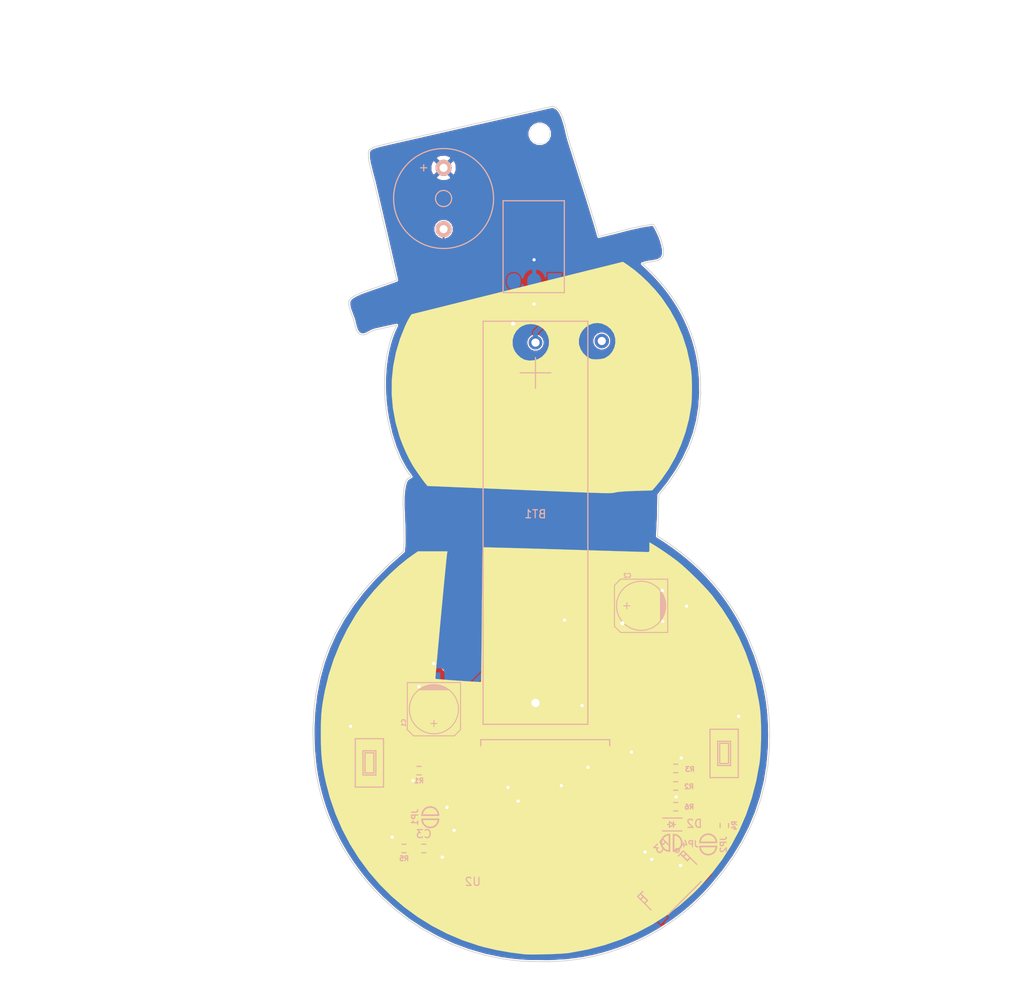
<source format=kicad_pcb>
(kicad_pcb (version 4) (host pcbnew 4.0.4-stable)
  (title_block (title "Sensory Adaptation Robot") (date 2016-03-10) (rev 0.1a) (company "Idle Hands Dev.") (comment 1 "Sean Hodgins"))
  (layers (0 F.Cu signal) (31 B.Cu signal) (34 B.Paste user) (35 F.Paste user) (36 B.SilkS user) (37 F.SilkS user) (38 B.Mask user) (39 F.Mask user) (44 Edge.Cuts user))
  (net 0 "")
  (net 1 GND)
  (net 2 +3V3)
  (net 3 /VIN)
  (net 4 DTR)
  (net 5 /GPIO0)
  (net 6 /GPIO16)
  (net 7 "Net-(JP3-Pad1)")
  (net 8 "Net-(LED1-Pad2)")
  (net 9 /NEOP)
  (net 10 "Net-(LED2-Pad2)")
  (net 11 "Net-(LED3-Pad2)")
  (net 12 /tonepin)
  (net 13 /RXD)
  (net 14 /TXD)
  (net 15 /CH_PD)
  (net 16 /GPIO2)
  (net 17 "Net-(D1-Pad1)")
  (net 18 /BUTT1)
  (net 19 /ADC)
  (net 20 /GPIO13)
  (net 21 "Net-(U2-Pad9)")
  (net 22 "Net-(U2-Pad10)")
  (net 23 "Net-(U2-Pad11)")
  (net 24 "Net-(U2-Pad12)")
  (net 25 "Net-(U2-Pad13)")
  (net 26 "Net-(U2-Pad14)")
  (net 27 /GPIO15)
  (net 28 /GPIO5)
  (module idlehands_footprints:AAA_SingleHolder (layer B.Cu) (at 204.35 133.175)
    (fp_text reference BT1 (at -0.013814 -1.076073) (layer B.SilkS) (effects (justify mirror)))
    (fp_text value Batt_N)
    (fp_text user + (at 0 -19) (layer B.SilkS) (effects (font (size 5 5)) (justify mirror)))
    (pad 1 thru_hole circle (at 0 -22.35) (size 1.7 1.7) (drill 1.02) (layers *.Cu *.Mask) (net 3 /VIN))
    (pad 2 thru_hole circle (at 0 22.35) (size 1.524 1.524) (drill 1.02) (layers *.Cu *.Mask) (net 1 GND))
  )
  (module idlehands_footprints:WS2812B (layer F.Cu) (at 211.225 142.8)
    (fp_text reference LED3 hide)
    (fp_text value WS2812B hide)
    (pad 1 smd rect (at 1.65 -2.4) (size 1.4 1.8) (layers F.Cu F.Paste F.Mask) (net 2 +3V3))
    (pad 2 smd rect (at -1.65 -2.4) (size 1.4 1.8) (layers F.Cu F.Paste F.Mask) (net 11 "Net-(LED3-Pad2)"))
    (pad 3 smd rect (at -1.65 2.4) (size 1.4 1.8) (layers F.Cu F.Paste F.Mask) (net 1 GND))
    (pad 4 smd rect (at 1.65 2.4) (size 1.4 1.8) (layers F.Cu F.Paste F.Mask) (net 10 "Net-(LED2-Pad2)"))
  )
  (module idlehands_footprints:WS2812B (layer F.Cu) (at 213.475 153.45)
    (fp_text reference LED2 hide)
    (fp_text value WS2812B hide)
    (pad 1 smd rect (at 1.65 -2.4) (size 1.4 1.8) (layers F.Cu F.Paste F.Mask) (net 2 +3V3))
    (pad 2 smd rect (at -1.65 -2.4) (size 1.4 1.8) (layers F.Cu F.Paste F.Mask) (net 10 "Net-(LED2-Pad2)"))
    (pad 3 smd rect (at -1.65 2.4) (size 1.4 1.8) (layers F.Cu F.Paste F.Mask) (net 1 GND))
    (pad 4 smd rect (at 1.65 2.4) (size 1.4 1.8) (layers F.Cu F.Paste F.Mask) (net 8 "Net-(LED1-Pad2)"))
  )
  (module Buzzers_Beepers:Buzzer_12x9.5RM7.6 (layer B.Cu) (at 192.95 92.94984 270)
    (fp_text reference P1 hide)
    (fp_text value CONN_01X02 hide)
    (fp_text user + (at -3.81 2.54 270) (layer B.SilkS) (effects (justify mirror)))
    (pad 1 thru_hole circle (at -3.79984 0 270) (size 2 2) (drill 1.00076) (layers *.Cu *.Mask B.SilkS) (net 1 GND))
    (pad 2 thru_hole circle (at 3.79984 0 270) (size 2 2) (drill 1.00076) (layers *.Cu *.Mask B.SilkS) (net 12 /tonepin))
  )
  (module idlehands_footprints:WS2812B (layer F.Cu) (at 212.5 163.675)
    (fp_text reference LED1 hide)
    (fp_text value WS2812B hide)
    (pad 1 smd rect (at 1.65 -2.4) (size 1.4 1.8) (layers F.Cu F.Paste F.Mask) (net 2 +3V3))
    (pad 2 smd rect (at -1.65 -2.4) (size 1.4 1.8) (layers F.Cu F.Paste F.Mask) (net 8 "Net-(LED1-Pad2)"))
    (pad 3 smd rect (at -1.65 2.4) (size 1.4 1.8) (layers F.Cu F.Paste F.Mask) (net 1 GND))
    (pad 4 smd rect (at 1.65 2.4) (size 1.4 1.8) (layers F.Cu F.Paste F.Mask) (net 9 /NEOP))
  )
  (module idlehands_footprints:c_elec_6.3x5.3 (layer B.Cu) (at 191.75 156.3 270)
    (fp_text reference C1 (at 1.7 3.75 270) (layer B.SilkS) (effects (font (size 0.5 0.5) (thickness 0.125)) (justify mirror)))
    (fp_text value 100uF hide)
    (pad 1 smd rect (at 2.75082 0 270) (size 3.59918 1.6002) (layers B.Cu B.Paste B.Mask) (net 2 +3V3))
    (pad 2 smd rect (at -2.75082 0 270) (size 3.59918 1.6002) (layers B.Cu B.Paste B.Mask) (net 1 GND))
  )
  (module idlehands_footprints:c_elec_6.3x5.3 (layer B.Cu) (at 217.45 143.475 180)
    (fp_text reference C2 (at 1.7 3.75 180) (layer B.SilkS) (effects (font (size 0.5 0.5) (thickness 0.125)) (justify mirror)))
    (fp_text value 100uF hide)
    (pad 1 smd rect (at 2.75082 0 180) (size 3.59918 1.6002) (layers B.Cu B.Paste B.Mask) (net 2 +3V3))
    (pad 2 smd rect (at -2.75082 0 180) (size 3.59918 1.6002) (layers B.Cu B.Paste B.Mask) (net 1 GND))
  )
  (module project_footprints:C_0402_Hand (layer B.Cu) (at 190.5 173.575 180)
    (fp_text reference C3 (at 0 1.8 180) (layer B.SilkS) (effects (justify mirror)))
    (fp_text value 1uF)
    (pad 1 smd rect (at -0.6 0 180) (size 0.7 0.6) (layers B.Cu B.Paste B.Mask) (net 4 DTR))
    (pad 2 smd rect (at 0.6 0 180) (size 0.7 0.6) (layers B.Cu B.Paste B.Mask) (net 6 /GPIO16))
  )
  (module Diodes_SMD:SOD-323 (layer B.Cu) (at 221.225 170.6 180)
    (fp_text reference D2 (at -2.825 0.1 180) (layer B.SilkS) (effects (justify mirror)))
    (fp_text value D)
    (pad 1 smd rect (at -1.055 0 180) (size 0.59 0.45) (layers B.Cu B.Paste B.Mask) (net 4 DTR))
    (pad 2 smd rect (at 1.055 0 180) (size 0.59 0.45) (layers B.Cu B.Paste B.Mask) (net 5 /GPIO0))
  )
  (module idlehands_footprints:SOLDER-JUMPER_1-WAY (layer B.Cu) (at 225.775 173.075 270)
    (fp_text reference JP2 (at 0 -1.905 270) (layer B.SilkS) (effects (font (size 0.762 0.762) (thickness 0.1524)) (justify mirror)))
    (fp_text value Jumper_NO_Small hide)
    (pad 1 smd rect (at -0.65 0 270) (size 1 1) (layers B.Cu B.Paste B.Mask) (net 4 DTR))
    (pad 2 smd rect (at 0.65 0 270) (size 1 1) (layers B.Cu B.Paste B.Mask) (net 4 DTR))
  )
  (module idlehands_footprints:SOLDER-JUMPER_1-WAY (layer B.Cu) (at 221.225 172.875)
    (fp_text reference JP4 (at 2.325 0.15) (layer B.SilkS) (effects (font (size 0.762 0.762) (thickness 0.1524)) (justify mirror)))
    (fp_text value Jumper_NC_Small hide)
    (pad 1 smd rect (at -0.65 0) (size 1 1) (layers B.Cu B.Paste B.Mask) (net 4 DTR))
    (pad 2 smd rect (at 0.65 0) (size 1 1) (layers B.Cu B.Paste B.Mask) (net 4 DTR))
  )
  (module idlehands_footprints:pololu_power_3.3v-5v (layer B.Cu) (at 206.73 103.225 90)
    (fp_text reference P2 hide)
    (fp_text value EXT_REG)
    (pad 1 smd rect (at 0 0 90) (size 2.032 1.7272) (layers B.Cu B.Paste B.Mask) (net 3 /VIN))
    (pad 2 smd oval (at 0 -2.54 90) (size 2.032 1.7272) (layers B.Cu B.Paste B.Mask) (net 1 GND))
    (pad 3 smd oval (at 0 -5.08 90) (size 2.032 1.7272) (layers B.Cu B.Paste B.Mask) (net 2 +3V3))
  )
  (module Connectors_JST_SH:Connectors_JST_SM06B-SRSS-TB (layer B.Cu) (at 221 177.85 225)
    (fp_text reference P3 (at -2.5 3.9375 225) (layer B.SilkS) (effects (justify mirror)))
    (fp_text value CONN_01X06 hide)
    (pad 1 smd rect (at -2.5 1.9375 225) (size 0.6 1.55) (layers B.Cu B.Paste B.Mask) (net 1 GND))
    (pad 2 smd rect (at -1.5 1.9375 225) (size 0.6 1.55) (layers B.Cu B.Paste B.Mask) (net 7 "Net-(JP3-Pad1)"))
    (pad 3 smd rect (at -0.5 1.9375 225) (size 0.6 1.55) (layers B.Cu B.Paste B.Mask) (net 2 +3V3))
    (pad 4 smd rect (at 0.5 1.9375 225) (size 0.6 1.55) (layers B.Cu B.Paste B.Mask) (net 13 /RXD))
    (pad 5 smd rect (at 1.5 1.9375 225) (size 0.6 1.55) (layers B.Cu B.Paste B.Mask) (net 14 /TXD))
    (pad 6 smd rect (at 2.5 1.9375 225) (size 0.6 1.55) (layers B.Cu B.Paste B.Mask) (net 4 DTR))
    (pad "" smd rect (at -3.8 -1.9375 225) (size 1.2 1.8) (layers B.Cu B.Paste B.Mask))
    (pad "" smd rect (at 3.8 -1.9375 225) (size 1.2 1.8) (layers B.Cu B.Paste B.Mask))
  )
  (module idlehands_footprints:R_0402_Hand (layer B.Cu) (at 189.9 163.925)
    (fp_text reference R1 (at 0 1.25) (layer B.SilkS) (effects (font (size 0.6 0.6)) (justify mirror)))
    (fp_text value 10K hide)
    (pad 1 smd rect (at -0.6 0) (size 0.7 0.6) (layers B.Cu B.Paste B.Mask) (net 2 +3V3))
    (pad 2 smd rect (at 0.6 0) (size 0.7 0.6) (layers B.Cu B.Paste B.Mask) (net 15 /CH_PD))
  )
  (module idlehands_footprints:R_0402_Hand (layer B.Cu) (at 221.75 165.825)
    (fp_text reference R2 (at 1.65 0.075) (layer B.SilkS) (effects (font (size 0.6 0.6)) (justify mirror)))
    (fp_text value 10K hide)
    (pad 1 smd rect (at -0.6 0) (size 0.7 0.6) (layers B.Cu B.Paste B.Mask) (net 2 +3V3))
    (pad 2 smd rect (at 0.6 0) (size 0.7 0.6) (layers B.Cu B.Paste B.Mask) (net 16 /GPIO2))
  )
  (module idlehands_footprints:R_0402_Hand (layer B.Cu) (at 221.75 163.65)
    (fp_text reference R3 (at 1.75 0.1) (layer B.SilkS) (effects (font (size 0.6 0.6)) (justify mirror)))
    (fp_text value 1K hide)
    (pad 1 smd rect (at -0.6 0) (size 0.7 0.6) (layers B.Cu B.Paste B.Mask) (net 27 /GPIO15))
    (pad 2 smd rect (at 0.6 0) (size 0.7 0.6) (layers B.Cu B.Paste B.Mask) (net 1 GND))
  )
  (module idlehands_footprints:R_0402_Hand (layer B.Cu) (at 227.775 170.725 90)
    (fp_text reference R4 (at 0 1.25 90) (layer B.SilkS) (effects (font (size 0.6 0.6)) (justify mirror)))
    (fp_text value 1K hide)
    (pad 1 smd rect (at -0.6 0 90) (size 0.7 0.6) (layers B.Cu B.Paste B.Mask) (net 17 "Net-(D1-Pad1)"))
    (pad 2 smd rect (at 0.6 0 90) (size 0.7 0.6) (layers B.Cu B.Paste B.Mask) (net 5 /GPIO0))
  )
  (module idlehands_footprints:R_0402_Hand (layer B.Cu) (at 188.05 173.575)
    (fp_text reference R5 (at 0 1.25) (layer B.SilkS) (effects (font (size 0.6 0.6)) (justify mirror)))
    (fp_text value 10K hide)
    (pad 1 smd rect (at -0.6 0) (size 0.7 0.6) (layers B.Cu B.Paste B.Mask) (net 2 +3V3))
    (pad 2 smd rect (at 0.6 0) (size 0.7 0.6) (layers B.Cu B.Paste B.Mask) (net 6 /GPIO16))
  )
  (module idlehands_footprints:R_0402_Hand (layer B.Cu) (at 221.75 168.4 180)
    (fp_text reference R6 (at -1.675 -0.025 180) (layer B.SilkS) (effects (font (size 0.6 0.6)) (justify mirror)))
    (fp_text value 1K hide)
    (pad 1 smd rect (at -0.6 0 180) (size 0.7 0.6) (layers B.Cu B.Paste B.Mask) (net 2 +3V3))
    (pad 2 smd rect (at 0.6 0 180) (size 0.7 0.6) (layers B.Cu B.Paste B.Mask) (net 5 /GPIO0))
  )
  (module Buttons_Switches_SMD:SW_SPST_FSMSM (layer F.Cu) (at 205.55 171.575 180)
    (fp_text reference SW1 (at 0.01011 -2.60022 180) (layer F.SilkS))
    (fp_text value B hide)
    (pad 1 smd rect (at -4.60243 -0.00232 180) (size 2.18 1.6) (layers F.Cu F.Paste F.Mask) (net 1 GND))
    (pad 2 smd rect (at 4.60243 0.00232 180) (size 2.18 1.6) (layers F.Cu F.Paste F.Mask) (net 18 /BUTT1))
  )
  (module Buttons_Switches_SMD:SW_SPST_FSMSM (layer B.Cu) (at 227.75 161.775 270)
    (fp_text reference SW2 hide)
    (fp_text value GPIO0)
    (pad 1 smd rect (at -4.60243 0.00232 270) (size 2.18 1.6) (layers B.Cu B.Paste B.Mask) (net 1 GND))
    (pad 2 smd rect (at 4.60243 -0.00232 270) (size 2.18 1.6) (layers B.Cu B.Paste B.Mask) (net 5 /GPIO0))
  )
  (module Buttons_Switches_SMD:SW_SPST_FSMSM (layer B.Cu) (at 183.75 162.95 270)
    (fp_text reference SW3 hide)
    (fp_text value RESET)
    (pad 1 smd rect (at -4.60243 0.00232 270) (size 2.18 1.6) (layers B.Cu B.Paste B.Mask) (net 1 GND))
    (pad 2 smd rect (at 4.60243 -0.00232 270) (size 2.18 1.6) (layers B.Cu B.Paste B.Mask) (net 6 /GPIO16))
  )
  (module ESP8266:ESP-12E_NoTH (layer B.Cu) (at 198.575 175.7)
    (fp_text reference U2 (at -2 2) (layer B.SilkS) (effects (justify mirror)))
    (fp_text value ESP-12E)
    (pad 1 smd rect (at 0 0) (size 2.5 1.1) (drill (offset -0.7 0)) (layers B.Cu B.Paste B.Mask) (net 6 /GPIO16))
    (pad 2 smd oval (at 0 -2) (size 2.5 1.1) (drill (offset -0.7 0)) (layers B.Cu B.Paste B.Mask) (net 19 /ADC))
    (pad 3 smd oval (at 0 -4) (size 2.5 1.1) (drill (offset -0.7 0)) (layers B.Cu B.Paste B.Mask) (net 15 /CH_PD))
    (pad 4 smd oval (at 0 -6) (size 2.5 1.1) (drill (offset -0.7 0)) (layers B.Cu B.Paste B.Mask) (net 6 /GPIO16))
    (pad 5 smd oval (at 0 -8) (size 2.5 1.1) (drill (offset -0.7 0)) (layers B.Cu B.Paste B.Mask) (net 9 /NEOP))
    (pad 6 smd oval (at 0 -10) (size 2.5 1.1) (drill (offset -0.7 0)) (layers B.Cu B.Paste B.Mask) (net 18 /BUTT1))
    (pad 7 smd oval (at 0 -12) (size 2.5 1.1) (drill (offset -0.7 0)) (layers B.Cu B.Paste B.Mask) (net 20 /GPIO13))
    (pad 8 smd oval (at 0 -14) (size 2.5 1.1) (drill (offset -0.7 0)) (layers B.Cu B.Paste B.Mask) (net 2 +3V3))
    (pad 9 smd oval (at 1.99 -15.75 270) (size 2.4 1.1) (layers B.Cu B.Paste B.Mask) (net 21 "Net-(U2-Pad9)"))
    (pad 10 smd oval (at 3.99 -15.75 270) (size 2.4 1.1) (layers B.Cu B.Paste B.Mask) (net 22 "Net-(U2-Pad10)"))
    (pad 11 smd oval (at 5.99 -15.75 270) (size 2.4 1.1) (layers B.Cu B.Paste B.Mask) (net 23 "Net-(U2-Pad11)"))
    (pad 12 smd oval (at 7.99 -15.75 270) (size 2.4 1.1) (layers B.Cu B.Paste B.Mask) (net 24 "Net-(U2-Pad12)"))
    (pad 13 smd oval (at 9.99 -15.75 270) (size 2.4 1.1) (layers B.Cu B.Paste B.Mask) (net 25 "Net-(U2-Pad13)"))
    (pad 14 smd oval (at 11.99 -15.75 270) (size 2.4 1.1) (layers B.Cu B.Paste B.Mask) (net 26 "Net-(U2-Pad14)"))
    (pad 15 smd oval (at 14 -14) (size 2.5 1.1) (drill (offset 0.7 0)) (layers B.Cu B.Paste B.Mask) (net 1 GND))
    (pad 16 smd oval (at 14 -12) (size 2.5 1.1) (drill (offset 0.6 0)) (layers B.Cu B.Paste B.Mask) (net 27 /GPIO15))
    (pad 17 smd oval (at 14 -10) (size 2.5 1.1) (drill (offset 0.7 0)) (layers B.Cu B.Paste B.Mask) (net 16 /GPIO2))
    (pad 18 smd oval (at 14 -8) (size 2.5 1.1) (drill (offset 0.7 0)) (layers B.Cu B.Paste B.Mask) (net 5 /GPIO0))
    (pad 19 smd oval (at 14 -6) (size 2.5 1.1) (drill (offset 0.7 0)) (layers B.Cu B.Paste B.Mask) (net 12 /tonepin))
    (pad 20 smd oval (at 14 -4) (size 2.5 1.1) (drill (offset 0.7 0)) (layers B.Cu B.Paste B.Mask) (net 28 /GPIO5))
    (pad 21 smd oval (at 14 -2) (size 2.5 1.1) (drill (offset 0.7 0)) (layers B.Cu B.Paste B.Mask) (net 13 /RXD))
    (pad 22 smd oval (at 14 0) (size 2.5 1.1) (drill (offset 0.7 0)) (layers B.Cu B.Paste B.Mask) (net 14 /TXD))
  )
  (module idlehands_footprints:SOLDER-JUMPER_1-WAY-CLOSED (layer B.Cu) (at 191.3 169.7 90)
    (fp_text reference JP1 (at 0 -1.905 90) (layer B.SilkS) (effects (font (size 0.762 0.762) (thickness 0.1524)) (justify mirror)))
    (fp_text value Jumper_NC_Small hide)
    (pad 1 smd rect (at -0.65 0 90) (size 1 1) (layers B.Cu B.Paste B.Mask) (net 6 /GPIO16))
    (pad 2 smd rect (at 0.65 0 90) (size 1 1) (layers B.Cu B.Paste B.Mask) (net 6 /GPIO16))
  )
  (module project_footprints:frosty-body (layer F.Cu) (at 205.025 134.6)
    (fp_text reference G*** hide)
    (fp_text value LOGO hide)
  )
  (module project_footprints:frosty-carrot (layer F.Cu) (at 205.15 133.975)
    (fp_text reference G*** hide)
    (fp_text value LOGO hide)
  )
  (module project_footprints:frosty-shadow (layer F.Cu) (at 204.675 134.925)
    (fp_text reference G*** hide)
    (fp_text value LOGO hide)
  )
  (module idlehands_footprints:frosty-eye (layer F.Cu) (at 212.575 110.625)
    (fp_text reference REF** hide)
    (fp_text value Pin_Header_Straight_1x01 hide)
    (pad 1 thru_hole circle (at 0 0) (size 1.8 1.8) (drill 1.016) (layers *.Cu *.Mask))
  )
  (module idlehands_footprints:MountingHole_2.5mm_NO (layer B.Cu) (at 204.9 84.925)
    (fp_text reference REF** hide)
    (fp_text value MountingHole_2.5mm hide)
    (pad 1 thru_hole circle (at -0.025 0) (size 2.5 2.5) (drill 2.5) (layers *.Cu))
  )
  (gr_line (start 217.613727 101.047613) (end 218.390186 101.767828) (layer Edge.Cuts) (width 0.1))
  (gr_line (start 218.123218 100.891348) (end 217.613727 101.047613) (layer Edge.Cuts) (width 0.1))
  (gr_line (start 219.087528 100.740606) (end 218.123218 100.891348) (layer Edge.Cuts) (width 0.1))
  (gr_line (start 219.605548 100.607413) (end 219.087528 100.740606) (layer Edge.Cuts) (width 0.1))
  (gr_line (start 219.938648 100.411413) (end 219.605548 100.607413) (layer Edge.Cuts) (width 0.1))
  (gr_line (start 220.060703 100.278082) (end 219.938648 100.411413) (layer Edge.Cuts) (width 0.1))
  (gr_line (start 220.153797 100.1164) (end 220.060703 100.278082) (layer Edge.Cuts) (width 0.1))
  (gr_line (start 220.220127 99.894324) (end 220.153797 100.1164) (layer Edge.Cuts) (width 0.1))
  (gr_line (start 220.244922 99.633902) (end 220.220127 99.894324) (layer Edge.Cuts) (width 0.1))
  (gr_line (start 220.21912 99.221045) (end 220.244922 99.633902) (layer Edge.Cuts) (width 0.1))
  (gr_line (start 220.134555 98.767843) (end 220.21912 99.221045) (layer Edge.Cuts) (width 0.1))
  (gr_line (start 219.958454 98.153418) (end 220.134555 98.767843) (layer Edge.Cuts) (width 0.1))
  (gr_line (start 219.732746 97.547766) (end 219.958454 98.153418) (layer Edge.Cuts) (width 0.1))
  (gr_line (start 219.244602 96.538092) (end 219.732746 97.547766) (layer Edge.Cuts) (width 0.1))
  (gr_line (start 218.968341 96.136969) (end 219.244602 96.538092) (layer Edge.Cuts) (width 0.1))
  (gr_line (start 217.540882 96.359747) (end 218.968341 96.136969) (layer Edge.Cuts) (width 0.1))
  (gr_line (start 215.845981 96.739172) (end 217.540882 96.359747) (layer Edge.Cuts) (width 0.1))
  (gr_line (start 214.201328 97.16886) (end 215.845981 96.739172) (layer Edge.Cuts) (width 0.1))
  (gr_line (start 212.194934 97.661093) (end 214.201328 97.16886) (layer Edge.Cuts) (width 0.1))
  (gr_line (start 219.154361 102.538351) (end 219.825 103.275) (layer Edge.Cuts) (width 0.1))
  (gr_line (start 218.390186 101.767828) (end 219.154361 102.538351) (layer Edge.Cuts) (width 0.1))
  (gr_line (start 211.77576 96.187842) (end 212.194934 97.661093) (layer Edge.Cuts) (width 0.1))
  (gr_line (start 210.868168 93.210638) (end 211.77576 96.187842) (layer Edge.Cuts) (width 0.1))
  (gr_line (start 209.920154 90.245001) (end 210.868168 93.210638) (layer Edge.Cuts) (width 0.1))
  (gr_line (start 208.469745 85.638403) (end 209.920154 90.245001) (layer Edge.Cuts) (width 0.1))
  (gr_line (start 208.364399 85.247229) (end 208.469745 85.638403) (layer Edge.Cuts) (width 0.1))
  (gr_line (start 208.02515 83.823034) (end 208.364399 85.247229) (layer Edge.Cuts) (width 0.1))
  (gr_line (start 207.726368 82.869116) (end 208.02515 83.823034) (layer Edge.Cuts) (width 0.1))
  (gr_line (start 207.42229 82.235144) (end 207.726368 82.869116) (layer Edge.Cuts) (width 0.1))
  (gr_line (start 207.108142 81.837317) (end 207.42229 82.235144) (layer Edge.Cuts) (width 0.1))
  (gr_line (start 206.774845 81.616827) (end 207.108142 81.837317) (layer Edge.Cuts) (width 0.1))
  (gr_line (start 206.592334 81.562933) (end 206.774845 81.616827) (layer Edge.Cuts) (width 0.1))
  (gr_line (start 206.396885 81.547827) (end 206.592334 81.562933) (layer Edge.Cuts) (width 0.1))
  (gr_line (start 206.183765 81.574377) (end 206.396885 81.547827) (layer Edge.Cuts) (width 0.1))
  (gr_line (start 196.40047 83.777441) (end 206.183765 81.574377) (layer Edge.Cuts) (width 0.1))
  (gr_line (start 186.371704 86.061621) (end 196.40047 83.777441) (layer Edge.Cuts) (width 0.1))
  (gr_line (start 186.288505 86.080176) (end 186.371704 86.061621) (layer Edge.Cuts) (width 0.1))
  (gr_line (start 184.981521 86.382269) (end 186.288505 86.080176) (layer Edge.Cuts) (width 0.1))
  (gr_line (start 184.186462 86.633703) (end 184.981521 86.382269) (layer Edge.Cuts) (width 0.1))
  (gr_line (start 183.827705 86.824713) (end 184.186462 86.633703) (layer Edge.Cuts) (width 0.1))
  (gr_line (start 183.747055 86.908423) (end 183.827705 86.824713) (layer Edge.Cuts) (width 0.1))
  (gr_line (start 183.646606 87.164679) (end 183.747055 86.908423) (layer Edge.Cuts) (width 0.1))
  (gr_line (start 183.615089 87.437872) (end 183.646606 87.164679) (layer Edge.Cuts) (width 0.1))
  (gr_line (start 183.638229 87.929266) (end 183.615089 87.437872) (layer Edge.Cuts) (width 0.1))
  (gr_line (start 183.726242 88.487768) (end 183.638229 87.929266) (layer Edge.Cuts) (width 0.1))
  (gr_line (start 184.009369 89.664435) (end 183.726242 88.487768) (layer Edge.Cuts) (width 0.1))
  (gr_line (start 184.33979 90.887686) (end 184.009369 89.664435) (layer Edge.Cuts) (width 0.1))
  (gr_line (start 185.766296 97.073614) (end 184.33979 90.887686) (layer Edge.Cuts) (width 0.1))
  (gr_line (start 187.133758 103.079718) (end 185.766296 97.073614) (layer Edge.Cuts) (width 0.1))
  (gr_line (start 185.652305 103.613989) (end 187.133758 103.079718) (layer Edge.Cuts) (width 0.1))
  (gr_line (start 184.000961 104.180426) (end 185.652305 103.613989) (layer Edge.Cuts) (width 0.1))
  (gr_line (start 183.950393 104.198858) (end 184.000961 104.180426) (layer Edge.Cuts) (width 0.1))
  (gr_line (start 182.765426 104.622824) (end 183.950393 104.198858) (layer Edge.Cuts) (width 0.1))
  (gr_line (start 181.957771 104.985907) (end 182.765426 104.622824) (layer Edge.Cuts) (width 0.1))
  (gr_line (start 181.486671 105.298346) (end 181.957771 104.985907) (layer Edge.Cuts) (width 0.1))
  (gr_line (start 181.256584 105.571142) (end 181.486671 105.298346) (layer Edge.Cuts) (width 0.1))
  (gr_line (start 181.207077 105.704046) (end 181.256584 105.571142) (layer Edge.Cuts) (width 0.1))
  (gr_line (start 181.186477 106.097571) (end 181.207077 105.704046) (layer Edge.Cuts) (width 0.1))
  (gr_line (start 181.314033 106.688605) (end 181.186477 106.097571) (layer Edge.Cuts) (width 0.1))
  (gr_line (start 181.535324 107.285711) (end 181.314033 106.688605) (layer Edge.Cuts) (width 0.1))
  (gr_line (start 181.79972 107.990347) (end 181.535324 107.285711) (layer Edge.Cuts) (width 0.1))
  (gr_line (start 181.975456 108.733587) (end 181.79972 107.990347) (layer Edge.Cuts) (width 0.1))
  (gr_line (start 182.145111 109.271368) (end 181.975456 108.733587) (layer Edge.Cuts) (width 0.1))
  (gr_line (start 182.355384 109.606482) (end 182.145111 109.271368) (layer Edge.Cuts) (width 0.1))
  (gr_line (start 182.487205 109.722601) (end 182.355384 109.606482) (layer Edge.Cuts) (width 0.1))
  (gr_line (start 182.638626 109.80451) (end 182.487205 109.722601) (layer Edge.Cuts) (width 0.1))
  (gr_line (start 182.815673 109.852942) (end 182.638626 109.80451) (layer Edge.Cuts) (width 0.1))
  (gr_line (start 183.120262 109.849707) (end 182.815673 109.852942) (layer Edge.Cuts) (width 0.1))
  (gr_line (start 183.453903 109.727942) (end 183.120262 109.849707) (layer Edge.Cuts) (width 0.1))
  (gr_line (start 183.768631 109.544043) (end 183.453903 109.727942) (layer Edge.Cuts) (width 0.1))
  (gr_line (start 184.170463 109.344961) (end 183.768631 109.544043) (layer Edge.Cuts) (width 0.1))
  (gr_line (start 184.482101 109.24671) (end 184.170463 109.344961) (layer Edge.Cuts) (width 0.1))
  (gr_line (start 185.972595 108.917227) (end 184.482101 109.24671) (layer Edge.Cuts) (width 0.1))
  (gr_line (start 187.133758 108.667654) (end 185.972595 108.917227) (layer Edge.Cuts) (width 0.1))
  (gr_line (start 186.720474 109.575354) (end 187.133758 108.667654) (layer Edge.Cuts) (width 0.1))
  (gr_line (start 186.462776 110.273138) (end 186.720474 109.575354) (layer Edge.Cuts) (width 0.1))
  (gr_line (start 186.240944 110.997656) (end 186.462776 110.273138) (layer Edge.Cuts) (width 0.1))
  (gr_line (start 186.043953 111.791662) (end 186.240944 110.997656) (layer Edge.Cuts) (width 0.1))
  (gr_line (start 185.885376 112.608374) (end 186.043953 111.791662) (layer Edge.Cuts) (width 0.1))
  (gr_line (start 185.758712 113.489691) (end 185.885376 112.608374) (layer Edge.Cuts) (width 0.1))
  (gr_line (start 185.672462 114.387549) (end 185.758712 113.489691) (layer Edge.Cuts) (width 0.1))
  (gr_line (start 185.624313 115.336981) (end 185.672462 114.387549) (layer Edge.Cuts) (width 0.1))
  (gr_line (start 185.617561 116.294531) (end 185.624313 115.336981) (layer Edge.Cuts) (width 0.1))
  (gr_line (start 185.652374 117.281775) (end 185.617561 116.294531) (layer Edge.Cuts) (width 0.1))
  (gr_line (start 185.728088 118.266791) (end 185.652374 117.281775) (layer Edge.Cuts) (width 0.1))
  (gr_line (start 185.844459 119.252661) (end 185.728088 118.266791) (layer Edge.Cuts) (width 0.1))
  (gr_line (start 185.999534 120.225073) (end 185.844459 119.252661) (layer Edge.Cuts) (width 0.1))
  (gr_line (start 186.414299 122.085966) (end 185.999534 120.225073) (layer Edge.Cuts) (width 0.1))
  (gr_line (start 186.944435 123.777228) (end 186.414299 122.085966) (layer Edge.Cuts) (width 0.1))
  (gr_line (start 187.55735 125.249182) (end 186.944435 123.777228) (layer Edge.Cuts) (width 0.1))
  (gr_line (start 188.221729 126.478323) (end 187.55735 125.249182) (layer Edge.Cuts) (width 0.1))
  (gr_line (start 188.911777 127.463751) (end 188.221729 126.478323) (layer Edge.Cuts) (width 0.1))
  (gr_line (start 188.851322 127.486654) (end 188.911777 127.463751) (layer Edge.Cuts) (width 0.1))
  (gr_line (start 188.497058 127.702032) (end 188.851322 127.486654) (layer Edge.Cuts) (width 0.1))
  (gr_line (start 188.370029 127.851446) (end 188.497058 127.702032) (layer Edge.Cuts) (width 0.1))
  (gr_line (start 188.25777 128.063467) (end 188.370029 127.851446) (layer Edge.Cuts) (width 0.1))
  (gr_line (start 188.149723 128.394964) (end 188.25777 128.063467) (layer Edge.Cuts) (width 0.1))
  (gr_line (start 188.013126 129.099493) (end 188.149723 128.394964) (layer Edge.Cuts) (width 0.1))
  (gr_line (start 187.938556 129.975332) (end 188.013126 129.099493) (layer Edge.Cuts) (width 0.1))
  (gr_line (start 187.925525 130.923941) (end 187.938556 129.975332) (layer Edge.Cuts) (width 0.1))
  (gr_line (start 188.041736 133.854895) (end 187.925525 130.923941) (layer Edge.Cuts) (width 0.1))
  (gr_line (start 188.06493 135.516119) (end 188.041736 133.854895) (layer Edge.Cuts) (width 0.1))
  (gr_line (start 187.980396 136.692297) (end 188.06493 135.516119) (layer Edge.Cuts) (width 0.1))
  (gr_line (start 186.077362 138.383093) (end 187.980396 136.692297) (layer Edge.Cuts) (width 0.1))
  (gr_line (start 184.381637 140.069403) (end 186.077362 138.383093) (layer Edge.Cuts) (width 0.1))
  (gr_line (start 182.905334 141.737646) (end 184.381637 140.069403) (layer Edge.Cuts) (width 0.1))
  (gr_line (start 181.617241 143.413305) (end 182.905334 141.737646) (layer Edge.Cuts) (width 0.1))
  (gr_line (start 180.497284 145.114615) (end 181.617241 143.413305) (layer Edge.Cuts) (width 0.1))
  (gr_line (start 179.532188 146.85639) (end 180.497284 145.114615) (layer Edge.Cuts) (width 0.1))
  (gr_line (start 178.713409 148.65177) (end 179.532188 146.85639) (layer Edge.Cuts) (width 0.1))
  (gr_line (start 178.036102 150.513189) (end 178.713409 148.65177) (layer Edge.Cuts) (width 0.1))
  (gr_line (start 177.498558 152.452887) (end 178.036102 150.513189) (layer Edge.Cuts) (width 0.1))
  (gr_line (start 177.101829 154.483206) (end 177.498558 152.452887) (layer Edge.Cuts) (width 0.1))
  (gr_line (start 176.849533 156.616766) (end 177.101829 154.483206) (layer Edge.Cuts) (width 0.1))
  (gr_line (start 176.747642 158.866476) (end 176.849533 156.616766) (layer Edge.Cuts) (width 0.1))
  (gr_line (start 176.804329 161.245672) (end 176.747642 158.866476) (layer Edge.Cuts) (width 0.1))
  (gr_line (start 176.997375 163.290625) (end 176.804329 161.245672) (layer Edge.Cuts) (width 0.1))
  (gr_line (start 177.156974 164.339758) (end 176.997375 163.290625) (layer Edge.Cuts) (width 0.1))
  (gr_line (start 177.354988 165.371451) (end 177.156974 164.339758) (layer Edge.Cuts) (width 0.1))
  (gr_line (start 177.595314 166.405813) (end 177.354988 165.371451) (layer Edge.Cuts) (width 0.1))
  (gr_line (start 177.872902 167.420843) (end 177.595314 166.405813) (layer Edge.Cuts) (width 0.1))
  (gr_line (start 178.193443 168.437018) (end 177.872902 167.420843) (layer Edge.Cuts) (width 0.1))
  (gr_line (start 178.549919 169.431814) (end 178.193443 168.437018) (layer Edge.Cuts) (width 0.1))
  (gr_line (start 178.949669 170.425375) (end 178.549919 169.431814) (layer Edge.Cuts) (width 0.1))
  (gr_line (start 179.383812 171.395315) (end 178.949669 170.425375) (layer Edge.Cuts) (width 0.1))
  (gr_line (start 179.860992 172.360724) (end 179.383812 171.395315) (layer Edge.Cuts) (width 0.1))
  (gr_line (start 180.370712 173.300116) (end 179.860992 172.360724) (layer Edge.Cuts) (width 0.1))
  (gr_line (start 180.922363 174.230688) (end 180.370712 173.300116) (layer Edge.Cuts) (width 0.1))
  (gr_line (start 181.504341 175.132712) (end 180.922363 174.230688) (layer Edge.Cuts) (width 0.1))
  (gr_line (start 182.125976 176.020727) (end 181.504341 175.132712) (layer Edge.Cuts) (width 0.1))
  (gr_line (start 182.775299 176.8776) (end 182.125976 176.020727) (layer Edge.Cuts) (width 0.1))
  (gr_line (start 183.460571 177.714468) (end 182.775299 176.8776) (layer Edge.Cuts) (width 0.1))
  (gr_line (start 184.170463 178.51766) (end 183.460571 177.714468) (layer Edge.Cuts) (width 0.1))
  (gr_line (start 185.327697 179.707998) (end 184.170463 178.51766) (layer Edge.Cuts) (width 0.1))
  (gr_line (start 186.909843 181.13436) (end 185.327697 179.707998) (layer Edge.Cuts) (width 0.1))
  (gr_line (start 188.583805 182.431357) (end 186.909843 181.13436) (layer Edge.Cuts) (width 0.1))
  (gr_line (start 190.339923 183.592871) (end 188.583805 182.431357) (layer Edge.Cuts) (width 0.1))
  (gr_line (start 192.169559 184.614248) (end 190.339923 183.592871) (layer Edge.Cuts) (width 0.1))
  (gr_line (start 194.065067 185.49198) (end 192.169559 184.614248) (layer Edge.Cuts) (width 0.1))
  (gr_line (start 196.019992 186.223334) (end 194.065067 185.49198) (layer Edge.Cuts) (width 0.1))
  (gr_line (start 198.02898 186.806097) (end 196.019992 186.223334) (layer Edge.Cuts) (width 0.1))
  (gr_line (start 200.087665 187.238226) (end 198.02898 186.806097) (layer Edge.Cuts) (width 0.1))
  (gr_line (start 201.442371 187.430365) (end 200.087665 187.238226) (layer Edge.Cuts) (width 0.1))
  (gr_line (start 202.570758 187.537817) (end 201.442371 187.430365) (layer Edge.Cuts) (width 0.1))
  (gr_line (start 203.727802 187.605444) (end 202.570758 187.537817) (layer Edge.Cuts) (width 0.1))
  (gr_line (start 206.086902 187.621939) (end 203.727802 187.605444) (layer Edge.Cuts) (width 0.1))
  (gr_line (start 208.287296 187.48873) (end 206.086902 187.621939) (layer Edge.Cuts) (width 0.1))
  (gr_line (start 210.163013 187.238226) (end 208.287296 187.48873) (layer Edge.Cuts) (width 0.1))
  (gr_line (start 211.689273 186.925924) (end 210.163013 187.238226) (layer Edge.Cuts) (width 0.1))
  (gr_line (start 212.722049 186.66329) (end 211.689273 186.925924) (layer Edge.Cuts) (width 0.1))
  (gr_line (start 213.734928 186.363974) (end 212.722049 186.66329) (layer Edge.Cuts) (width 0.1))
  (gr_line (start 214.742557 186.023688) (end 213.734928 186.363974) (layer Edge.Cuts) (width 0.1))
  (gr_line (start 215.728412 185.648031) (end 214.742557 186.023688) (layer Edge.Cuts) (width 0.1))
  (gr_line (start 216.706394 185.231726) (end 215.728412 185.648031) (layer Edge.Cuts) (width 0.1))
  (gr_line (start 217.660648 184.781546) (end 216.706394 185.231726) (layer Edge.Cuts) (width 0.1))
  (gr_line (start 218.603763 184.291571) (end 217.660648 184.781546) (layer Edge.Cuts) (width 0.1))
  (gr_line (start 219.521106 183.7694) (end 218.603763 184.291571) (layer Edge.Cuts) (width 0.1))
  (gr_line (start 220.42345 183.208944) (end 219.521106 183.7694) (layer Edge.Cuts) (width 0.1))
  (gr_line (start 221.297947 182.618277) (end 220.42345 183.208944) (layer Edge.Cuts) (width 0.1))
  (gr_line (start 222.15311 181.99169) (end 221.297947 182.618277) (layer Edge.Cuts) (width 0.1))
  (gr_line (start 222.978321 181.337088) (end 222.15311 181.99169) (layer Edge.Cuts) (width 0.1))
  (gr_line (start 223.779575 180.649893) (end 222.978321 181.337088) (layer Edge.Cuts) (width 0.1))
  (gr_line (start 224.548847 179.93717) (end 223.779575 180.649893) (layer Edge.Cuts) (width 0.1))
  (gr_line (start 225.289478 179.196158) (end 224.548847 179.93717) (layer Edge.Cuts) (width 0.1))
  (gr_line (start 225.996219 178.432333) (end 225.289478 179.196158) (layer Edge.Cuts) (width 0.1))
  (gr_line (start 226.271854 178.119177) (end 225.996219 178.432333) (layer Edge.Cuts) (width 0.1))
  (gr_line (start 227.706745 176.360007) (end 226.271854 178.119177) (layer Edge.Cuts) (width 0.1))
  (gr_line (start 228.959018 174.59371) (end 227.706745 176.360007) (layer Edge.Cuts) (width 0.1))
  (gr_line (start 230.042926 172.807944) (end 228.959018 174.59371) (layer Edge.Cuts) (width 0.1))
  (gr_line (start 230.968326 170.992529) (end 230.042926 172.807944) (layer Edge.Cuts) (width 0.1))
  (gr_line (start 231.741855 169.138403) (end 230.968326 170.992529) (layer Edge.Cuts) (width 0.1))
  (gr_line (start 232.367481 167.236838) (end 231.741855 169.138403) (layer Edge.Cuts) (width 0.1))
  (gr_line (start 232.846759 165.279242) (end 232.367481 167.236838) (layer Edge.Cuts) (width 0.1))
  (gr_line (start 233.17905 163.256888) (end 232.846759 165.279242) (layer Edge.Cuts) (width 0.1))
  (gr_line (start 233.361606 161.16091) (end 233.17905 163.256888) (layer Edge.Cuts) (width 0.1))
  (gr_line (start 233.383854 160.634451) (end 233.361606 161.16091) (layer Edge.Cuts) (width 0.1))
  (gr_line (start 233.403629 159.481131) (end 233.383854 160.634451) (layer Edge.Cuts) (width 0.1))
  (gr_line (start 233.382999 158.366141) (end 233.403629 159.481131) (layer Edge.Cuts) (width 0.1))
  (gr_line (start 233.322361 157.270041) (end 233.382999 158.366141) (layer Edge.Cuts) (width 0.1))
  (gr_line (start 233.223484 156.209631) (end 233.322361 157.270041) (layer Edge.Cuts) (width 0.1))
  (gr_line (start 233.08385 155.154837) (end 233.223484 156.209631) (layer Edge.Cuts) (width 0.1))
  (gr_line (start 232.907581 154.133536) (end 233.08385 155.154837) (layer Edge.Cuts) (width 0.1))
  (gr_line (start 232.686786 153.101767) (end 232.907581 154.133536) (layer Edge.Cuts) (width 0.1))
  (gr_line (start 232.430393 152.10169) (end 232.686786 153.101767) (layer Edge.Cuts) (width 0.1))
  (gr_line (start 232.365818 151.872061) (end 232.430393 152.10169) (layer Edge.Cuts) (width 0.1))
  (gr_line (start 231.657367 149.671271) (end 232.365818 151.872061) (layer Edge.Cuts) (width 0.1))
  (gr_line (start 230.82854 147.607229) (end 231.657367 149.671271) (layer Edge.Cuts) (width 0.1))
  (gr_line (start 230.368915 146.622107) (end 230.82854 147.607229) (layer Edge.Cuts) (width 0.1))
  (gr_line (start 229.879825 145.667929) (end 230.368915 146.622107) (layer Edge.Cuts) (width 0.1))
  (gr_line (start 229.359272 144.740179) (end 229.879825 145.667929) (layer Edge.Cuts) (width 0.1))
  (gr_line (start 228.809742 143.84255) (end 229.359272 144.740179) (layer Edge.Cuts) (width 0.1))
  (gr_line (start 228.226566 142.967245) (end 228.809742 143.84255) (layer Edge.Cuts) (width 0.1))
  (gr_line (start 227.614673 142.121435) (end 228.226566 142.967245) (layer Edge.Cuts) (width 0.1))
  (gr_line (start 226.966068 141.294287) (end 227.614673 142.121435) (layer Edge.Cuts) (width 0.1))
  (gr_line (start 226.288822 140.496206) (end 226.966068 141.294287) (layer Edge.Cuts) (width 0.1))
  (gr_line (start 225.57085 139.713537) (end 226.288822 140.496206) (layer Edge.Cuts) (width 0.1))
  (gr_line (start 224.82407 138.959707) (end 225.57085 139.713537) (layer Edge.Cuts) (width 0.1))
  (gr_line (start 224.031543 138.218466) (end 224.82407 138.959707) (layer Edge.Cuts) (width 0.1))
  (gr_line (start 223.209797 137.506033) (end 224.031543 138.218466) (layer Edge.Cuts) (width 0.1))
  (gr_line (start 222.336185 136.803824) (end 223.209797 137.506033) (layer Edge.Cuts) (width 0.1))
  (gr_line (start 221.432727 136.130545) (end 222.336185 136.803824) (layer Edge.Cuts) (width 0.1))
  (gr_line (start 220.469959 135.465506) (end 221.432727 136.130545) (layer Edge.Cuts) (width 0.1))
  (gr_line (start 219.47649 134.829703) (end 220.469959 135.465506) (layer Edge.Cuts) (width 0.1))
  (gr_line (start 219.609897 132.338553) (end 219.47649 134.829703) (layer Edge.Cuts) (width 0.1))
  (gr_line (start 219.645649 129.749746) (end 219.609897 132.338553) (layer Edge.Cuts) (width 0.1))
  (gr_line (start 220.802799 128.296316) (end 219.645649 129.749746) (layer Edge.Cuts) (width 0.1))
  (gr_line (start 221.866657 126.750937) (end 220.802799 128.296316) (layer Edge.Cuts) (width 0.1))
  (gr_line (start 222.749378 125.217901) (end 221.866657 126.750937) (layer Edge.Cuts) (width 0.1))
  (gr_line (start 223.468814 123.674421) (end 222.749378 125.217901) (layer Edge.Cuts) (width 0.1))
  (gr_line (start 224.035144 122.103514) (end 223.468814 123.674421) (layer Edge.Cuts) (width 0.1))
  (gr_line (start 224.453357 120.49079) (end 224.035144 122.103514) (layer Edge.Cuts) (width 0.1))
  (gr_line (start 224.724338 118.823065) (end 224.453357 120.49079) (layer Edge.Cuts) (width 0.1))
  (gr_line (start 224.845371 117.087561) (end 224.724338 118.823065) (layer Edge.Cuts) (width 0.1))
  (gr_line (start 224.810535 115.271734) (end 224.845371 117.087561) (layer Edge.Cuts) (width 0.1))
  (gr_line (start 224.69495 114.016241) (end 224.810535 115.271734) (layer Edge.Cuts) (width 0.1))
  (gr_line (start 224.562671 113.107077) (end 224.69495 114.016241) (layer Edge.Cuts) (width 0.1))
  (gr_line (start 224.393482 112.225897) (end 224.562671 113.107077) (layer Edge.Cuts) (width 0.1))
  (gr_line (start 224.182453 111.346411) (end 224.393482 112.225897) (layer Edge.Cuts) (width 0.1))
  (gr_line (start 223.936298 110.495764) (end 224.182453 111.346411) (layer Edge.Cuts) (width 0.1))
  (gr_line (start 223.645679 109.642401) (end 223.936298 110.495764) (layer Edge.Cuts) (width 0.1))
  (gr_line (start 223.321781 108.819189) (end 223.645679 109.642401) (layer Edge.Cuts) (width 0.1))
  (gr_line (start 222.949329 107.988684) (end 223.321781 108.819189) (layer Edge.Cuts) (width 0.1))
  (gr_line (start 222.545597 107.190176) (end 222.949329 107.988684) (layer Edge.Cuts) (width 0.1))
  (gr_line (start 222.087375 106.379599) (end 222.545597 107.190176) (layer Edge.Cuts) (width 0.1))
  (gr_line (start 221.60033 105.603522) (end 222.087375 106.379599) (layer Edge.Cuts) (width 0.1))
  (gr_line (start 221.05048 104.810049) (end 221.60033 105.603522) (layer Edge.Cuts) (width 0.1))
  (gr_line (start 220.475132 104.054541) (end 221.05048 104.810049) (layer Edge.Cuts) (width 0.1))
  (gr_line (start 219.825 103.275) (end 220.475132 104.054541) (layer Edge.Cuts) (width 0.1))
  (segment (start 209.575 145.2) (end 208 145.2) (width 0.2) (layer F.Cu) (net 1))
  (segment (start 208 145.2) (end 207.95 145.25) (width 0.2) (layer F.Cu) (net 1))
  (via (at 207.95 145.25) (size 0.6) (drill 0.4) (layers F.Cu B.Cu) (net 1))
  (segment (start 211.825 155.85) (end 210.125 155.85) (width 0.2) (layer F.Cu) (net 1))
  (via (at 210.125 155.85) (size 0.6) (drill 0.4) (layers F.Cu B.Cu) (net 1))
  (segment (start 210.85 163.5) (end 210.85 163.924264) (width 0.2) (layer F.Cu) (net 1))
  (segment (start 210.85 163.924264) (end 210.85 166.075) (width 0.2) (layer F.Cu) (net 1))
  (segment (start 212.575 161.7) (end 212.575 161.775) (width 0.2) (layer B.Cu) (net 1))
  (segment (start 212.575 161.775) (end 210.85 163.5) (width 0.2) (layer B.Cu) (net 1))
  (via (at 210.85 163.5) (size 0.6) (drill 0.4) (layers F.Cu B.Cu) (net 1))
  (segment (start 221.397748 174.712214) (end 221.397748 174.722748) (width 0.2) (layer B.Cu) (net 1))
  (segment (start 221.397748 174.722748) (end 222.348591 175.673591) (width 0.2) (layer B.Cu) (net 1))
  (via (at 222.348591 175.673591) (size 0.6) (drill 0.4) (layers F.Cu B.Cu) (net 1))
  (segment (start 220.20082 143.475) (end 220.20082 141.70082) (width 0.2) (layer B.Cu) (net 1))
  (segment (start 220.20082 141.70082) (end 220.075 141.575) (width 0.2) (layer B.Cu) (net 1))
  (via (at 220.075 141.575) (size 0.6) (drill 0.4) (layers F.Cu B.Cu) (net 1))
  (segment (start 220.20082 143.475) (end 220.20082 145.34918) (width 0.2) (layer B.Cu) (net 1))
  (segment (start 220.20082 145.34918) (end 220.15 145.4) (width 0.2) (layer B.Cu) (net 1))
  (via (at 220.15 145.4) (size 0.6) (drill 0.4) (layers F.Cu B.Cu) (net 1))
  (segment (start 220.20082 143.475) (end 223.05 143.475) (width 0.2) (layer B.Cu) (net 1))
  (segment (start 223.05 143.475) (end 223.1 143.525) (width 0.2) (layer B.Cu) (net 1))
  (via (at 223.1 143.525) (size 0.6) (drill 0.4) (layers F.Cu B.Cu) (net 1))
  (segment (start 204.175 106.05) (end 204.175 100.55) (width 0.6) (layer F.Cu) (net 1))
  (via (at 204.175 100.55) (size 0.6) (drill 0.4) (layers F.Cu B.Cu) (net 1))
  (segment (start 204.19 103.225) (end 204.19 106.035) (width 0.6) (layer B.Cu) (net 1))
  (segment (start 204.19 106.035) (end 204.175 106.05) (width 0.6) (layer B.Cu) (net 1))
  (via (at 204.175 106.05) (size 0.6) (drill 0.4) (layers F.Cu B.Cu) (net 1))
  (segment (start 222.35 163.65) (end 222.35 162.425) (width 0.4) (layer B.Cu) (net 1))
  (segment (start 222.35 162.425) (end 222.425 162.35) (width 0.4) (layer B.Cu) (net 1))
  (via (at 222.425 162.35) (size 0.6) (drill 0.4) (layers F.Cu B.Cu) (net 1))
  (segment (start 212.575 161.7) (end 216.175 161.7) (width 0.4) (layer B.Cu) (net 1))
  (segment (start 216.175 161.7) (end 216.25 161.625) (width 0.4) (layer B.Cu) (net 1))
  (via (at 216.25 161.625) (size 0.6) (drill 0.4) (layers F.Cu B.Cu) (net 1))
  (segment (start 191.75 153.54918) (end 191.75 150.65) (width 0.4) (layer B.Cu) (net 1))
  (segment (start 191.75 150.65) (end 191.725 150.625) (width 0.4) (layer B.Cu) (net 1))
  (via (at 191.725 150.625) (size 0.6) (drill 0.4) (layers F.Cu B.Cu) (net 1))
  (segment (start 191.75 153.54918) (end 189.94918 153.54918) (width 0.4) (layer B.Cu) (net 1))
  (segment (start 189.94918 153.54918) (end 189.9 153.5) (width 0.4) (layer B.Cu) (net 1))
  (via (at 189.9 153.5) (size 0.6) (drill 0.4) (layers F.Cu B.Cu) (net 1))
  (segment (start 183.74768 158.34757) (end 181.50243 158.34757) (width 0.4) (layer B.Cu) (net 1))
  (segment (start 181.50243 158.34757) (end 181.425 158.425) (width 0.4) (layer B.Cu) (net 1))
  (via (at 181.425 158.425) (size 0.6) (drill 0.4) (layers F.Cu B.Cu) (net 1))
  (segment (start 227.74768 157.17257) (end 229.54757 157.17257) (width 0.4) (layer B.Cu) (net 1))
  (segment (start 229.54757 157.17257) (end 229.55 157.175) (width 0.4) (layer B.Cu) (net 1))
  (via (at 229.55 157.175) (size 0.6) (drill 0.4) (layers F.Cu B.Cu) (net 1))
  (segment (start 218.775 166.975) (end 218.775 162.125) (width 0.6) (layer F.Cu) (net 2))
  (segment (start 218.775 174.925) (end 218.775 166.975) (width 0.6) (layer F.Cu) (net 2))
  (segment (start 221.15 166.525) (end 221.8 167.175) (width 0.4) (layer B.Cu) (net 2))
  (segment (start 221.8 167.175) (end 222.325 167.7) (width 0.4) (layer B.Cu) (net 2))
  (segment (start 218.775 166.975) (end 221.6 166.975) (width 0.6) (layer F.Cu) (net 2))
  (segment (start 221.6 166.975) (end 221.8 167.175) (width 0.6) (layer F.Cu) (net 2))
  (via (at 221.8 167.175) (size 0.6) (drill 0.4) (layers F.Cu B.Cu) (net 2))
  (segment (start 218.775 162.125) (end 217.860002 162.125) (width 0.6) (layer F.Cu) (net 2))
  (segment (start 217.860002 162.125) (end 217.210002 162.775) (width 0.6) (layer F.Cu) (net 2))
  (segment (start 217.210002 162.775) (end 215.45 162.775) (width 0.6) (layer F.Cu) (net 2))
  (segment (start 215.45 162.775) (end 214.15 161.475) (width 0.6) (layer F.Cu) (net 2))
  (segment (start 214.15 161.475) (end 214.15 161.275) (width 0.6) (layer F.Cu) (net 2))
  (segment (start 219.983534 176.126427) (end 219.976427 176.126427) (width 0.6) (layer B.Cu) (net 2))
  (segment (start 219.976427 176.126427) (end 218.775 174.925) (width 0.6) (layer B.Cu) (net 2))
  (via (at 218.775 174.925) (size 0.6) (drill 0.4) (layers F.Cu B.Cu) (net 2))
  (segment (start 217.25 153.375) (end 217.25 156.675) (width 0.6) (layer F.Cu) (net 2))
  (segment (start 217.25 156.675) (end 214.15 159.775) (width 0.6) (layer F.Cu) (net 2))
  (segment (start 214.15 159.775) (end 214.15 161.275) (width 0.6) (layer F.Cu) (net 2))
  (segment (start 215.125 151.05) (end 215.125 151.25) (width 0.6) (layer F.Cu) (net 2))
  (segment (start 215.125 151.25) (end 217.25 153.375) (width 0.6) (layer F.Cu) (net 2))
  (segment (start 214.69918 143.475) (end 206.32633 143.475) (width 0.6) (layer B.Cu) (net 2))
  (segment (start 206.32633 143.475) (end 191.75 158.05133) (width 0.6) (layer B.Cu) (net 2))
  (segment (start 191.75 158.05133) (end 191.75 159.05082) (width 0.6) (layer B.Cu) (net 2))
  (segment (start 214.69918 143.475) (end 214.69918 145.22418) (width 0.6) (layer B.Cu) (net 2))
  (segment (start 214.69918 145.22418) (end 215.125 145.65) (width 0.6) (layer B.Cu) (net 2))
  (segment (start 215.125 145.65) (end 215.125 149.55) (width 0.6) (layer F.Cu) (net 2))
  (segment (start 215.125 141.35) (end 215.125 145.65) (width 0.6) (layer F.Cu) (net 2))
  (via (at 215.125 145.65) (size 0.89) (drill 0.5) (layers F.Cu B.Cu) (net 2))
  (segment (start 212.875 140.4) (end 214.175 140.4) (width 0.6) (layer F.Cu) (net 2))
  (segment (start 214.175 140.4) (end 215.125 141.35) (width 0.6) (layer F.Cu) (net 2))
  (segment (start 215.125 149.55) (end 215.125 151.05) (width 0.6) (layer F.Cu) (net 2))
  (segment (start 201.575 126.15) (end 212.875 137.45) (width 0.6) (layer F.Cu) (net 2))
  (segment (start 212.875 137.45) (end 212.875 140.4) (width 0.6) (layer F.Cu) (net 2))
  (segment (start 201.575 108.475) (end 201.575 126.15) (width 0.6) (layer F.Cu) (net 2))
  (segment (start 201.65 103.225) (end 201.65 108.4) (width 0.6) (layer B.Cu) (net 2))
  (segment (start 201.65 108.4) (end 201.575 108.475) (width 0.6) (layer B.Cu) (net 2))
  (via (at 201.575 108.475) (size 0.89) (drill 0.5) (layers F.Cu B.Cu) (net 2))
  (segment (start 221.15 165.825) (end 221.15 166.525) (width 0.4) (layer B.Cu) (net 2))
  (segment (start 222.325 167.7) (end 222.35 167.7) (width 0.4) (layer B.Cu) (net 2))
  (segment (start 222.35 167.7) (end 222.35 168.4) (width 0.4) (layer B.Cu) (net 2))
  (segment (start 191.75 159.05082) (end 193.1501 159.05082) (width 0.6) (layer B.Cu) (net 2))
  (segment (start 193.1501 159.05082) (end 195.79928 161.7) (width 0.6) (layer B.Cu) (net 2))
  (segment (start 195.79928 161.7) (end 198.575 161.7) (width 0.6) (layer B.Cu) (net 2))
  (segment (start 189.3 163.925) (end 189.3 160.50072) (width 0.2) (layer B.Cu) (net 2))
  (segment (start 189.3 160.50072) (end 190.7499 159.05082) (width 0.2) (layer B.Cu) (net 2))
  (segment (start 190.7499 159.05082) (end 191.75 159.05082) (width 0.2) (layer B.Cu) (net 2))
  (segment (start 189.15 165.15) (end 189.15 164.075) (width 0.2) (layer B.Cu) (net 2))
  (segment (start 189.15 164.075) (end 189.3 163.925) (width 0.2) (layer B.Cu) (net 2))
  (segment (start 186.575 172.175) (end 189.15 169.6) (width 0.2) (layer F.Cu) (net 2))
  (segment (start 189.15 169.6) (end 189.15 165.15) (width 0.2) (layer F.Cu) (net 2))
  (via (at 189.15 165.15) (size 0.6) (drill 0.4) (layers F.Cu B.Cu) (net 2))
  (segment (start 187.45 173.575) (end 187.45 173.05) (width 0.2) (layer B.Cu) (net 2))
  (segment (start 187.45 173.05) (end 186.575 172.175) (width 0.2) (layer B.Cu) (net 2))
  (via (at 186.575 172.175) (size 0.6) (drill 0.4) (layers F.Cu B.Cu) (net 2))
  (segment (start 204.35 110.825) (end 204.35 109.55) (width 0.6) (layer B.Cu) (net 3))
  (segment (start 204.35 109.55) (end 206.73 107.17) (width 0.6) (layer B.Cu) (net 3))
  (segment (start 206.73 107.17) (end 206.73 103.225) (width 0.6) (layer B.Cu) (net 3))
  (segment (start 217.862214 178.247748) (end 218.480932 178.866466) (width 0.2) (layer B.Cu) (net 4))
  (segment (start 218.480932 178.866466) (end 218.741466 178.866466) (width 0.2) (layer B.Cu) (net 4))
  (segment (start 218.741466 178.866466) (end 219.025 179.15) (width 0.2) (layer B.Cu) (net 4))
  (segment (start 219.025 179.15) (end 221 179.15) (width 0.2) (layer B.Cu) (net 4))
  (segment (start 221 179.15) (end 223.1 177.05) (width 0.2) (layer B.Cu) (net 4))
  (segment (start 223.1 177.05) (end 223.1 175.7) (width 0.2) (layer B.Cu) (net 4))
  (segment (start 223.1 175.7) (end 225.075 173.725) (width 0.2) (layer B.Cu) (net 4))
  (segment (start 225.075 173.725) (end 225.775 173.725) (width 0.2) (layer B.Cu) (net 4))
  (segment (start 221.875 172.875) (end 225.325 172.875) (width 0.2) (layer B.Cu) (net 4))
  (segment (start 225.325 172.875) (end 225.775 172.425) (width 0.2) (layer B.Cu) (net 4))
  (segment (start 221.875 172.875) (end 221.875 171.005) (width 0.2) (layer B.Cu) (net 4))
  (segment (start 221.875 171.005) (end 222.28 170.6) (width 0.2) (layer B.Cu) (net 4))
  (segment (start 220.575 172.875) (end 221.875 172.875) (width 0.2) (layer B.Cu) (net 4))
  (segment (start 192.8 174.65) (end 191.725 173.575) (width 0.2) (layer B.Cu) (net 4))
  (segment (start 191.725 173.575) (end 191.1 173.575) (width 0.2) (layer B.Cu) (net 4))
  (segment (start 216.925736 174.625) (end 192.825 174.625) (width 0.2) (layer F.Cu) (net 4))
  (segment (start 192.825 174.625) (end 192.8 174.65) (width 0.2) (layer F.Cu) (net 4))
  (via (at 192.8 174.65) (size 0.6) (drill 0.4) (layers F.Cu B.Cu) (net 4))
  (segment (start 217.95 174.025) (end 217.525736 174.025) (width 0.2) (layer F.Cu) (net 4))
  (segment (start 217.525736 174.025) (end 216.925736 174.625) (width 0.2) (layer F.Cu) (net 4))
  (segment (start 220.575 172.875) (end 219.1 172.875) (width 0.2) (layer B.Cu) (net 4))
  (segment (start 219.1 172.875) (end 217.95 174.025) (width 0.2) (layer B.Cu) (net 4))
  (via (at 217.95 174.025) (size 0.6) (drill 0.4) (layers F.Cu B.Cu) (net 4))
  (segment (start 223.625 170.125) (end 223.19 169.69) (width 0.2) (layer B.Cu) (net 5))
  (segment (start 223.19 169.69) (end 221.15 169.69) (width 0.2) (layer B.Cu) (net 5))
  (segment (start 227.775 170.125) (end 223.625 170.125) (width 0.2) (layer B.Cu) (net 5))
  (segment (start 227.75232 166.37743) (end 227.75232 170.10232) (width 0.2) (layer B.Cu) (net 5))
  (segment (start 227.75232 170.10232) (end 227.775 170.125) (width 0.2) (layer B.Cu) (net 5))
  (segment (start 212.575 167.7) (end 216.775 167.7) (width 0.2) (layer B.Cu) (net 5))
  (segment (start 216.775 167.7) (end 219.675 170.6) (width 0.2) (layer B.Cu) (net 5))
  (segment (start 219.675 170.6) (end 220.17 170.6) (width 0.2) (layer B.Cu) (net 5))
  (segment (start 221.15 168.4) (end 221.15 169.69) (width 0.2) (layer B.Cu) (net 5))
  (segment (start 221.15 169.69) (end 220.24 170.6) (width 0.2) (layer B.Cu) (net 5))
  (segment (start 220.24 170.6) (end 220.17 170.6) (width 0.2) (layer B.Cu) (net 5))
  (segment (start 191.3 170.35) (end 191.3 169.05) (width 0.2) (layer B.Cu) (net 6))
  (segment (start 188.65 172.74011) (end 188.65 171) (width 0.2) (layer B.Cu) (net 6))
  (segment (start 188.65 171) (end 190.6 169.05) (width 0.2) (layer B.Cu) (net 6))
  (segment (start 190.6 169.05) (end 191.3 169.05) (width 0.2) (layer B.Cu) (net 6))
  (segment (start 189.9 173.575) (end 189.9 174.075) (width 0.2) (layer B.Cu) (net 6))
  (segment (start 189.9 174.075) (end 191.525 175.7) (width 0.2) (layer B.Cu) (net 6))
  (segment (start 191.525 175.7) (end 198.575 175.7) (width 0.2) (layer B.Cu) (net 6))
  (segment (start 188.65 173.575) (end 189.9 173.575) (width 0.2) (layer B.Cu) (net 6))
  (segment (start 183.75232 167.55243) (end 183.75232 167.84243) (width 0.2) (layer B.Cu) (net 6))
  (segment (start 183.75232 167.84243) (end 188.65 172.74011) (width 0.2) (layer B.Cu) (net 6))
  (segment (start 188.65 172.74011) (end 188.65 173.075) (width 0.2) (layer B.Cu) (net 6))
  (segment (start 188.65 173.075) (end 188.65 173.575) (width 0.2) (layer B.Cu) (net 6))
  (segment (start 191.3 170.35) (end 192 170.35) (width 0.2) (layer B.Cu) (net 6))
  (segment (start 192 170.35) (end 192.65 169.7) (width 0.2) (layer B.Cu) (net 6))
  (segment (start 192.65 169.7) (end 198.575 169.7) (width 0.2) (layer B.Cu) (net 6))
  (segment (start 210.85 161.275) (end 210.85 159.225) (width 0.2) (layer F.Cu) (net 8))
  (segment (start 210.85 159.225) (end 214.225 155.85) (width 0.2) (layer F.Cu) (net 8))
  (segment (start 214.225 155.85) (end 215.125 155.85) (width 0.2) (layer F.Cu) (net 8))
  (segment (start 202.2 167.7) (end 212.725 167.7) (width 0.2) (layer F.Cu) (net 9))
  (segment (start 212.725 167.7) (end 214.15 166.275) (width 0.2) (layer F.Cu) (net 9))
  (segment (start 214.15 166.275) (end 214.15 166.075) (width 0.2) (layer F.Cu) (net 9))
  (segment (start 198.575 167.7) (end 202.2 167.7) (width 0.2) (layer B.Cu) (net 9))
  (via (at 202.2 167.7) (size 0.6) (drill 0.4) (layers F.Cu B.Cu) (net 9))
  (segment (start 211.825 151.05) (end 211.825 145.35) (width 0.2) (layer F.Cu) (net 10))
  (segment (start 211.825 145.35) (end 211.975 145.2) (width 0.2) (layer F.Cu) (net 10))
  (segment (start 211.975 145.2) (end 212.875 145.2) (width 0.2) (layer F.Cu) (net 10))
  (segment (start 207.55 165.775) (end 192.95 151.175) (width 0.2) (layer F.Cu) (net 12))
  (segment (start 192.95 151.175) (end 192.95 96.74968) (width 0.2) (layer F.Cu) (net 12))
  (segment (start 212.575 169.7) (end 211.475 169.7) (width 0.2) (layer B.Cu) (net 12))
  (segment (start 211.475 169.7) (end 207.55 165.775) (width 0.2) (layer B.Cu) (net 12))
  (via (at 207.55 165.775) (size 0.6) (drill 0.4) (layers F.Cu B.Cu) (net 12))
  (segment (start 212.575 173.7) (end 216.142893 173.7) (width 0.2) (layer B.Cu) (net 13))
  (segment (start 216.142893 173.7) (end 219.276427 176.833534) (width 0.2) (layer B.Cu) (net 13))
  (segment (start 212.575 175.7) (end 216.728679 175.7) (width 0.2) (layer B.Cu) (net 14))
  (segment (start 216.728679 175.7) (end 218.56932 177.540641) (width 0.2) (layer B.Cu) (net 14))
  (segment (start 194.25 171.325) (end 194.674264 171.325) (width 0.2) (layer B.Cu) (net 15))
  (segment (start 194.674264 171.325) (end 195.049264 171.7) (width 0.2) (layer B.Cu) (net 15))
  (segment (start 195.049264 171.7) (end 198.575 171.7) (width 0.2) (layer B.Cu) (net 15))
  (segment (start 193.375 168.475) (end 193.375 170.45) (width 0.2) (layer F.Cu) (net 15))
  (segment (start 193.375 170.45) (end 194.25 171.325) (width 0.2) (layer F.Cu) (net 15))
  (via (at 194.25 171.325) (size 0.6) (drill 0.4) (layers F.Cu B.Cu) (net 15))
  (segment (start 190.5 163.925) (end 190.55 163.925) (width 0.2) (layer B.Cu) (net 15))
  (segment (start 190.55 163.925) (end 193.375 166.75) (width 0.2) (layer B.Cu) (net 15))
  (segment (start 193.375 166.75) (end 193.375 168.475) (width 0.2) (layer B.Cu) (net 15))
  (via (at 193.375 168.475) (size 0.6) (drill 0.4) (layers F.Cu B.Cu) (net 15))
  (segment (start 212.575 165.7) (end 213.000001 165.274999) (width 0.2) (layer B.Cu) (net 16))
  (segment (start 213.000001 165.274999) (end 221.749999 165.274999) (width 0.2) (layer B.Cu) (net 16))
  (segment (start 221.749999 165.274999) (end 222.3 165.825) (width 0.2) (layer B.Cu) (net 16))
  (segment (start 222.3 165.825) (end 222.35 165.825) (width 0.2) (layer B.Cu) (net 16))
  (segment (start 200.95 166) (end 200.65 165.7) (width 0.2) (layer B.Cu) (net 18))
  (segment (start 200.65 165.7) (end 198.575 165.7) (width 0.2) (layer B.Cu) (net 18))
  (segment (start 200.94757 171.57268) (end 200.94757 166.00243) (width 0.2) (layer F.Cu) (net 18))
  (segment (start 200.94757 166.00243) (end 200.95 166) (width 0.2) (layer F.Cu) (net 18))
  (via (at 200.95 166) (size 0.6) (drill 0.4) (layers F.Cu B.Cu) (net 18))
  (segment (start 212.575 163.7) (end 212.625 163.65) (width 0.2) (layer B.Cu) (net 27))
  (segment (start 212.625 163.65) (end 221.15 163.65) (width 0.2) (layer B.Cu) (net 27))
  (zone (net 1) (net_name GND) (layer F.Cu) (connect_pads (clearance 0.15)) (min_thickness 0.254) (fill yes (arc_segments 16) (thermal_gap 0.508) (thermal_bridge_width 0.508))
    (polygon (pts (xy 139.55 181.85) (xy 139.25 69.725) (xy 257.85 68.95) (xy 263.975 192.425) (xy 157.5 190)))
  )
  (zone (net 1) (net_name GND) (layer B.Cu) (connect_pads (clearance 0.15)) (min_thickness 0.254) (fill yes (arc_segments 16) (thermal_gap 0.508) (thermal_bridge_width 0.508))
    (polygon (pts (xy 138.825 181.35) (xy 137.925 68.6) (xy 257.05 68.325) (xy 264.975 192.65) (xy 158.5 190.225)))
  )
  (zone (net 0) (net_name "") (layer B.Cu) (connect_pads (clearance 0.15)) (min_thickness 0.254)
    (keepout (tracks not_allowed) (vias not_allowed) (copperpour not_allowed))
    (fill yes (arc_segments 16) (thermal_gap 0.508) (thermal_bridge_width 0.508))
    (polygon (pts (xy 196.85 178.125) (xy 213.9 178.075) (xy 213.85 184.525) (xy 196.975 184.575) (xy 196.925 178.25)))
  )
)
</source>
